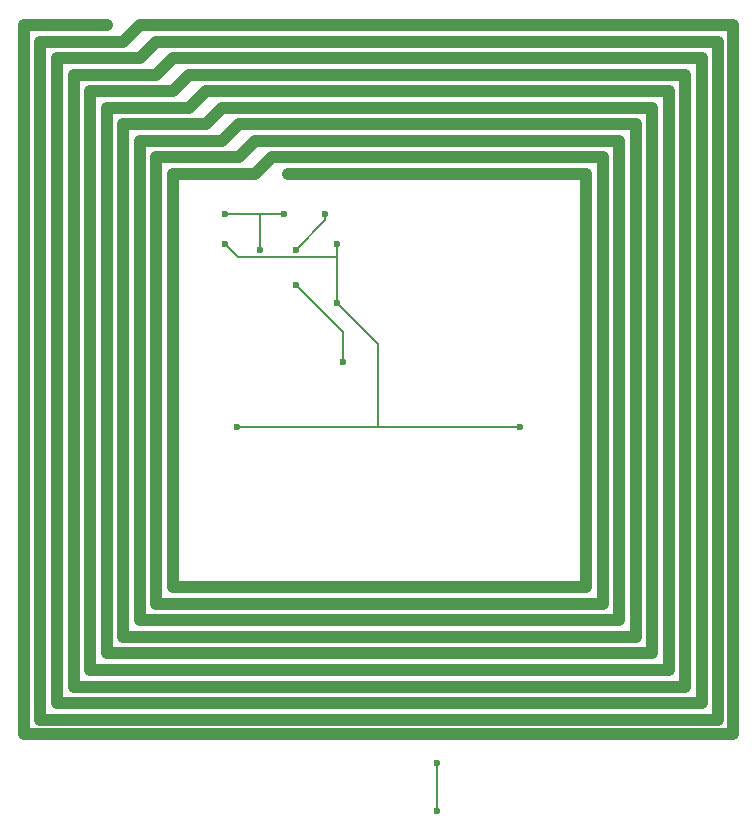
<source format=gbr>
%TF.GenerationSoftware,KiCad,Pcbnew,8.0.3-8.0.3-0~ubuntu24.04.1*%
%TF.CreationDate,2024-06-13T23:21:10+05:00*%
%TF.ProjectId,solartap_mcu_clear_60x60_g400,736f6c61-7274-4617-905f-6d63755f636c,rev?*%
%TF.SameCoordinates,Original*%
%TF.FileFunction,Copper,L2,Bot*%
%TF.FilePolarity,Positive*%
%FSLAX46Y46*%
G04 Gerber Fmt 4.6, Leading zero omitted, Abs format (unit mm)*
G04 Created by KiCad (PCBNEW 8.0.3-8.0.3-0~ubuntu24.04.1) date 2024-06-13 23:21:10*
%MOMM*%
%LPD*%
G01*
G04 APERTURE LIST*
%TA.AperFunction,ViaPad*%
%ADD10C,0.600000*%
%TD*%
%TA.AperFunction,Conductor*%
%ADD11C,1.000000*%
%TD*%
%TA.AperFunction,Conductor*%
%ADD12C,0.200000*%
%TD*%
G04 APERTURE END LIST*
D10*
%TO.N,Net-(U1-NFC1{slash}P0.09)*%
X87400000Y-55100000D03*
X72000000Y-42500000D03*
%TO.N,+3.3V*%
X82000000Y-61000000D03*
X91500000Y-66000000D03*
X91500000Y-61000000D03*
X83000000Y-76500000D03*
X107000000Y-76500000D03*
%TO.N,GND*%
X88000000Y-61500000D03*
X100000000Y-105000000D03*
X92000000Y-71000000D03*
X88000000Y-64500000D03*
X100000000Y-109000000D03*
X87000000Y-58500000D03*
X90500000Y-58500000D03*
X85000000Y-61500000D03*
X82000000Y-58500000D03*
%TD*%
D11*
%TO.N,Net-(U1-NFC1{slash}P0.09)*%
X112600000Y-90100000D02*
X112600000Y-55100000D01*
X77600000Y-55100000D02*
X77600000Y-90100000D01*
X83200000Y-55100000D02*
X77600000Y-55100000D01*
X77600000Y-90100000D02*
X112600000Y-90100000D01*
X112600000Y-55100000D02*
X87400000Y-55100000D01*
X119600000Y-97100000D02*
X119600000Y-48100000D01*
X70600000Y-97100000D02*
X119600000Y-97100000D01*
X77600000Y-48100000D02*
X70600000Y-48100000D01*
X123800000Y-43900000D02*
X76200000Y-43900000D01*
X66400000Y-43900000D02*
X66400000Y-101300000D01*
X122400000Y-99900000D02*
X122400000Y-45300000D01*
X121000000Y-46700000D02*
X79000000Y-46700000D01*
X67800000Y-45300000D02*
X67800000Y-99900000D01*
X74800000Y-42500000D02*
X73400000Y-43900000D01*
X69200000Y-98500000D02*
X121000000Y-98500000D01*
X81800000Y-52300000D02*
X74800000Y-52300000D01*
X69200000Y-46700000D02*
X69200000Y-98500000D01*
X76200000Y-46700000D02*
X69200000Y-46700000D01*
X114000000Y-91500000D02*
X114000000Y-53700000D01*
X77600000Y-45300000D02*
X76200000Y-46700000D01*
X122400000Y-45300000D02*
X77600000Y-45300000D01*
X70600000Y-48100000D02*
X70600000Y-97100000D01*
X65000000Y-102500000D02*
X125000000Y-102500000D01*
X67800000Y-99900000D02*
X122400000Y-99900000D01*
X79000000Y-46700000D02*
X77600000Y-48100000D01*
X72000000Y-42500000D02*
X65000000Y-42500000D01*
X65000000Y-42500000D02*
X65000000Y-102500000D01*
X119600000Y-48100000D02*
X80400000Y-48100000D01*
X66400000Y-101300000D02*
X123800000Y-101300000D01*
X125000000Y-102500000D02*
X125000000Y-42500000D01*
X73400000Y-43900000D02*
X66400000Y-43900000D01*
X86000000Y-53700000D02*
X84600000Y-55100000D01*
X125000000Y-42500000D02*
X74800000Y-42500000D01*
X74800000Y-92900000D02*
X115400000Y-92900000D01*
X121000000Y-98500000D02*
X121000000Y-46700000D01*
X123800000Y-101300000D02*
X123800000Y-43900000D01*
X74800000Y-52300000D02*
X74800000Y-92900000D01*
X76200000Y-43900000D02*
X74800000Y-45300000D01*
X72000000Y-95700000D02*
X118200000Y-95700000D01*
X116800000Y-94300000D02*
X116800000Y-50900000D01*
X114000000Y-53700000D02*
X86000000Y-53700000D01*
X74800000Y-45300000D02*
X67800000Y-45300000D01*
X80400000Y-48100000D02*
X79000000Y-49500000D01*
X79000000Y-49500000D02*
X72000000Y-49500000D01*
X72000000Y-49500000D02*
X72000000Y-95700000D01*
X118200000Y-95700000D02*
X118200000Y-49500000D01*
X116800000Y-50900000D02*
X83200000Y-50900000D01*
X118200000Y-49500000D02*
X81800000Y-49500000D01*
X83200000Y-50900000D02*
X81800000Y-52300000D01*
X81800000Y-49500000D02*
X80400000Y-50900000D01*
X80400000Y-50900000D02*
X73400000Y-50900000D01*
X73400000Y-50900000D02*
X73400000Y-94300000D01*
X73400000Y-94300000D02*
X116800000Y-94300000D01*
X76200000Y-91500000D02*
X114000000Y-91500000D01*
X115400000Y-92900000D02*
X115400000Y-52300000D01*
X115400000Y-52300000D02*
X84600000Y-52300000D01*
X84600000Y-52300000D02*
X83200000Y-53700000D01*
X83200000Y-53700000D02*
X76200000Y-53700000D01*
X76200000Y-53700000D02*
X76200000Y-91500000D01*
X84600000Y-55100000D02*
X83200000Y-55100000D01*
X71900000Y-42500000D02*
X72000000Y-42500000D01*
D12*
%TO.N,+3.3V*%
X91500000Y-66000000D02*
X95000000Y-69500000D01*
X95000000Y-76500000D02*
X107000000Y-76500000D01*
X91500000Y-62000000D02*
X91500000Y-66000000D01*
X95000000Y-69500000D02*
X95000000Y-76500000D01*
X91500000Y-61000000D02*
X91500000Y-62000000D01*
X83100000Y-62100000D02*
X91400000Y-62100000D01*
X82000000Y-61000000D02*
X83100000Y-62100000D01*
X91400000Y-62100000D02*
X91500000Y-62000000D01*
X107000000Y-76500000D02*
X83000000Y-76500000D01*
%TO.N,GND*%
X100000000Y-105000000D02*
X100000000Y-109000000D01*
X92000000Y-68500000D02*
X92000000Y-71000000D01*
X88000000Y-64500000D02*
X92000000Y-68500000D01*
X88000000Y-61500000D02*
X90500000Y-59000000D01*
X85000000Y-61500000D02*
X85000000Y-58500000D01*
X84000000Y-58500000D02*
X87000000Y-58500000D01*
X90500000Y-59000000D02*
X90500000Y-58500000D01*
X82000000Y-58500000D02*
X84000000Y-58500000D01*
%TD*%
M02*

</source>
